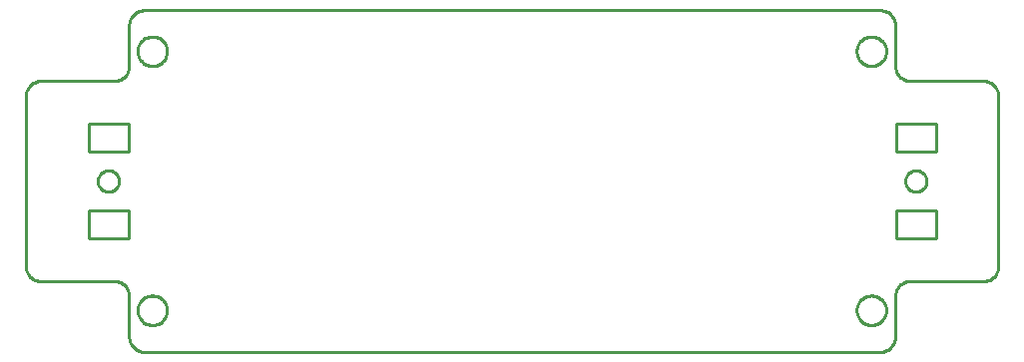
<source format=gbr>
G04 EAGLE Gerber X2 export*
%TF.Part,Single*%
%TF.FileFunction,Profile,NP*%
%TF.FilePolarity,Positive*%
%TF.GenerationSoftware,Autodesk,EAGLE,9.1.0*%
%TF.CreationDate,2020-06-24T00:01:39Z*%
G75*
%MOMM*%
%FSLAX34Y34*%
%LPD*%
%AMOC8*
5,1,8,0,0,1.08239X$1,22.5*%
G01*
%ADD10C,0.254000*%


D10*
X-87300Y72700D02*
X-87252Y71593D01*
X-87107Y70495D01*
X-86867Y69413D01*
X-86534Y68356D01*
X-86110Y67333D01*
X-85599Y66350D01*
X-85003Y65416D01*
X-84329Y64537D01*
X-83580Y63720D01*
X-82763Y62971D01*
X-81884Y62297D01*
X-80950Y61701D01*
X-79967Y61190D01*
X-78944Y60766D01*
X-77887Y60433D01*
X-76805Y60193D01*
X-75707Y60048D01*
X-74600Y60000D01*
X-12500Y60000D01*
X-11393Y59952D01*
X-10295Y59807D01*
X-9213Y59567D01*
X-8156Y59234D01*
X-7133Y58810D01*
X-6150Y58299D01*
X-5216Y57703D01*
X-4337Y57029D01*
X-3520Y56280D01*
X-2771Y55463D01*
X-2097Y54584D01*
X-1501Y53650D01*
X-990Y52667D01*
X-566Y51644D01*
X-233Y50587D01*
X7Y49505D01*
X152Y48407D01*
X200Y47300D01*
X200Y12700D01*
X248Y11593D01*
X393Y10495D01*
X633Y9413D01*
X966Y8356D01*
X1390Y7333D01*
X1901Y6350D01*
X2497Y5416D01*
X3171Y4537D01*
X3920Y3720D01*
X4737Y2971D01*
X5616Y2297D01*
X6550Y1701D01*
X7533Y1190D01*
X8556Y766D01*
X9613Y433D01*
X10695Y193D01*
X11793Y48D01*
X12900Y0D01*
X637500Y0D01*
X638607Y48D01*
X639705Y193D01*
X640787Y433D01*
X641844Y766D01*
X642867Y1190D01*
X643850Y1701D01*
X644784Y2297D01*
X645663Y2971D01*
X646480Y3720D01*
X647229Y4537D01*
X647903Y5416D01*
X648499Y6350D01*
X649010Y7333D01*
X649434Y8356D01*
X649767Y9413D01*
X650007Y10495D01*
X650152Y11593D01*
X650200Y12700D01*
X650200Y47300D01*
X650248Y48407D01*
X650393Y49505D01*
X650633Y50587D01*
X650966Y51644D01*
X651390Y52667D01*
X651901Y53650D01*
X652497Y54584D01*
X653171Y55463D01*
X653920Y56280D01*
X654737Y57029D01*
X655616Y57703D01*
X656550Y58299D01*
X657533Y58810D01*
X658556Y59234D01*
X659613Y59567D01*
X660695Y59807D01*
X661793Y59952D01*
X662900Y60000D01*
X725000Y60000D01*
X726107Y60048D01*
X727205Y60193D01*
X728287Y60433D01*
X729344Y60766D01*
X730367Y61190D01*
X731350Y61701D01*
X732284Y62297D01*
X733163Y62971D01*
X733980Y63720D01*
X734729Y64537D01*
X735403Y65416D01*
X735999Y66350D01*
X736510Y67333D01*
X736934Y68356D01*
X737267Y69413D01*
X737507Y70495D01*
X737652Y71593D01*
X737700Y72700D01*
X737700Y217300D01*
X737652Y218407D01*
X737507Y219505D01*
X737267Y220587D01*
X736934Y221644D01*
X736510Y222667D01*
X735999Y223650D01*
X735403Y224584D01*
X734729Y225463D01*
X733980Y226280D01*
X733163Y227029D01*
X732284Y227703D01*
X731350Y228299D01*
X730367Y228810D01*
X729344Y229234D01*
X728287Y229567D01*
X727205Y229807D01*
X726107Y229952D01*
X725000Y230000D01*
X662900Y230000D01*
X661793Y230048D01*
X660695Y230193D01*
X659613Y230433D01*
X658556Y230766D01*
X657533Y231190D01*
X656550Y231701D01*
X655616Y232297D01*
X654737Y232971D01*
X653920Y233720D01*
X653171Y234537D01*
X652497Y235416D01*
X651901Y236350D01*
X651390Y237333D01*
X650966Y238356D01*
X650633Y239413D01*
X650393Y240495D01*
X650248Y241593D01*
X650200Y242700D01*
X650200Y277300D01*
X650152Y278407D01*
X650007Y279505D01*
X649767Y280587D01*
X649434Y281644D01*
X649010Y282667D01*
X648499Y283650D01*
X647903Y284584D01*
X647229Y285463D01*
X646480Y286280D01*
X645663Y287029D01*
X644784Y287703D01*
X643850Y288299D01*
X642867Y288810D01*
X641844Y289234D01*
X640787Y289567D01*
X639705Y289807D01*
X638607Y289952D01*
X637500Y290000D01*
X12900Y290000D01*
X11793Y289952D01*
X10695Y289807D01*
X9613Y289567D01*
X8556Y289234D01*
X7533Y288810D01*
X6550Y288299D01*
X5616Y287703D01*
X4737Y287029D01*
X3920Y286280D01*
X3171Y285463D01*
X2497Y284584D01*
X1901Y283650D01*
X1390Y282667D01*
X966Y281644D01*
X633Y280587D01*
X393Y279505D01*
X248Y278407D01*
X200Y277300D01*
X200Y242700D01*
X152Y241593D01*
X7Y240495D01*
X-233Y239413D01*
X-566Y238356D01*
X-990Y237333D01*
X-1501Y236350D01*
X-2097Y235416D01*
X-2771Y234537D01*
X-3520Y233720D01*
X-4337Y232971D01*
X-5216Y232297D01*
X-6150Y231701D01*
X-7133Y231190D01*
X-8156Y230766D01*
X-9213Y230433D01*
X-10295Y230193D01*
X-11393Y230048D01*
X-12500Y230000D01*
X-74600Y230000D01*
X-75707Y229952D01*
X-76805Y229807D01*
X-77887Y229567D01*
X-78944Y229234D01*
X-79967Y228810D01*
X-80950Y228299D01*
X-81884Y227703D01*
X-82763Y227029D01*
X-83580Y226280D01*
X-84329Y225463D01*
X-85003Y224584D01*
X-85599Y223650D01*
X-86110Y222667D01*
X-86534Y221644D01*
X-86867Y220587D01*
X-87107Y219505D01*
X-87252Y218407D01*
X-87300Y217300D01*
X-87300Y72700D01*
X650700Y170000D02*
X684700Y170000D01*
X684700Y194000D01*
X650700Y194000D01*
X650700Y170000D01*
X-34300Y96000D02*
X-300Y96000D01*
X-300Y120000D01*
X-34300Y120000D01*
X-34300Y96000D01*
X-34300Y170000D02*
X-300Y170000D01*
X-300Y194000D01*
X-34300Y194000D01*
X-34300Y170000D01*
X650700Y96000D02*
X684700Y96000D01*
X684700Y120000D01*
X650700Y120000D01*
X650700Y96000D01*
X-8300Y144607D02*
X-8300Y145393D01*
X-8369Y146176D01*
X-8505Y146950D01*
X-8708Y147709D01*
X-8977Y148447D01*
X-9309Y149160D01*
X-9702Y149840D01*
X-10153Y150484D01*
X-10658Y151086D01*
X-11214Y151642D01*
X-11816Y152147D01*
X-12460Y152598D01*
X-13140Y152991D01*
X-13853Y153323D01*
X-14591Y153592D01*
X-15350Y153795D01*
X-16124Y153932D01*
X-16907Y154000D01*
X-17693Y154000D01*
X-18476Y153932D01*
X-19250Y153795D01*
X-20009Y153592D01*
X-20747Y153323D01*
X-21460Y152991D01*
X-22140Y152598D01*
X-22784Y152147D01*
X-23386Y151642D01*
X-23942Y151086D01*
X-24447Y150484D01*
X-24898Y149840D01*
X-25291Y149160D01*
X-25623Y148447D01*
X-25892Y147709D01*
X-26095Y146950D01*
X-26232Y146176D01*
X-26300Y145393D01*
X-26300Y144607D01*
X-26232Y143824D01*
X-26095Y143050D01*
X-25892Y142291D01*
X-25623Y141553D01*
X-25291Y140840D01*
X-24898Y140160D01*
X-24447Y139516D01*
X-23942Y138914D01*
X-23386Y138358D01*
X-22784Y137853D01*
X-22140Y137402D01*
X-21460Y137009D01*
X-20747Y136677D01*
X-20009Y136408D01*
X-19250Y136205D01*
X-18476Y136069D01*
X-17693Y136000D01*
X-16907Y136000D01*
X-16124Y136069D01*
X-15350Y136205D01*
X-14591Y136408D01*
X-13853Y136677D01*
X-13140Y137009D01*
X-12460Y137402D01*
X-11816Y137853D01*
X-11214Y138358D01*
X-10658Y138914D01*
X-10153Y139516D01*
X-9702Y140160D01*
X-9309Y140840D01*
X-8977Y141553D01*
X-8708Y142291D01*
X-8505Y143050D01*
X-8369Y143824D01*
X-8300Y144607D01*
X676700Y144607D02*
X676700Y145393D01*
X676632Y146176D01*
X676495Y146950D01*
X676292Y147709D01*
X676023Y148447D01*
X675691Y149160D01*
X675298Y149840D01*
X674847Y150484D01*
X674342Y151086D01*
X673786Y151642D01*
X673184Y152147D01*
X672540Y152598D01*
X671860Y152991D01*
X671147Y153323D01*
X670409Y153592D01*
X669650Y153795D01*
X668876Y153932D01*
X668093Y154000D01*
X667307Y154000D01*
X666524Y153932D01*
X665750Y153795D01*
X664991Y153592D01*
X664253Y153323D01*
X663540Y152991D01*
X662860Y152598D01*
X662216Y152147D01*
X661614Y151642D01*
X661058Y151086D01*
X660553Y150484D01*
X660102Y149840D01*
X659709Y149160D01*
X659377Y148447D01*
X659108Y147709D01*
X658905Y146950D01*
X658769Y146176D01*
X658700Y145393D01*
X658700Y144607D01*
X658769Y143824D01*
X658905Y143050D01*
X659108Y142291D01*
X659377Y141553D01*
X659709Y140840D01*
X660102Y140160D01*
X660553Y139516D01*
X661058Y138914D01*
X661614Y138358D01*
X662216Y137853D01*
X662860Y137402D01*
X663540Y137009D01*
X664253Y136677D01*
X664991Y136408D01*
X665750Y136205D01*
X666524Y136069D01*
X667307Y136000D01*
X668093Y136000D01*
X668876Y136069D01*
X669650Y136205D01*
X670409Y136408D01*
X671147Y136677D01*
X671860Y137009D01*
X672540Y137402D01*
X673184Y137853D01*
X673786Y138358D01*
X674342Y138914D01*
X674847Y139516D01*
X675298Y140160D01*
X675691Y140840D01*
X676023Y141553D01*
X676292Y142291D01*
X676495Y143050D01*
X676632Y143824D01*
X676700Y144607D01*
X32450Y254759D02*
X32450Y255741D01*
X32373Y256720D01*
X32219Y257691D01*
X31990Y258646D01*
X31686Y259580D01*
X31311Y260487D01*
X30865Y261362D01*
X30351Y262200D01*
X29774Y262995D01*
X29136Y263742D01*
X28442Y264436D01*
X27695Y265074D01*
X26900Y265651D01*
X26062Y266165D01*
X25187Y266611D01*
X24280Y266986D01*
X23346Y267290D01*
X22391Y267519D01*
X21420Y267673D01*
X20441Y267750D01*
X19459Y267750D01*
X18480Y267673D01*
X17510Y267519D01*
X16554Y267290D01*
X15620Y266986D01*
X14713Y266611D01*
X13838Y266165D01*
X13000Y265651D01*
X12205Y265074D01*
X11458Y264436D01*
X10764Y263742D01*
X10126Y262995D01*
X9549Y262200D01*
X9035Y261362D01*
X8589Y260487D01*
X8214Y259580D01*
X7910Y258646D01*
X7681Y257691D01*
X7527Y256720D01*
X7450Y255741D01*
X7450Y254759D01*
X7527Y253780D01*
X7681Y252810D01*
X7910Y251854D01*
X8214Y250920D01*
X8589Y250013D01*
X9035Y249138D01*
X9549Y248300D01*
X10126Y247505D01*
X10764Y246758D01*
X11458Y246064D01*
X12205Y245426D01*
X13000Y244849D01*
X13838Y244335D01*
X14713Y243889D01*
X15620Y243514D01*
X16554Y243210D01*
X17510Y242981D01*
X18480Y242827D01*
X19459Y242750D01*
X20441Y242750D01*
X21420Y242827D01*
X22391Y242981D01*
X23346Y243210D01*
X24280Y243514D01*
X25187Y243889D01*
X26062Y244335D01*
X26900Y244849D01*
X27695Y245426D01*
X28442Y246064D01*
X29136Y246758D01*
X29774Y247505D01*
X30351Y248300D01*
X30865Y249138D01*
X31311Y250013D01*
X31686Y250920D01*
X31990Y251854D01*
X32219Y252810D01*
X32373Y253780D01*
X32450Y254759D01*
X642450Y34759D02*
X642450Y35741D01*
X642373Y36720D01*
X642219Y37691D01*
X641990Y38646D01*
X641686Y39580D01*
X641311Y40487D01*
X640865Y41362D01*
X640351Y42200D01*
X639774Y42995D01*
X639136Y43742D01*
X638442Y44436D01*
X637695Y45074D01*
X636900Y45651D01*
X636062Y46165D01*
X635187Y46611D01*
X634280Y46986D01*
X633346Y47290D01*
X632391Y47519D01*
X631420Y47673D01*
X630441Y47750D01*
X629459Y47750D01*
X628480Y47673D01*
X627510Y47519D01*
X626554Y47290D01*
X625620Y46986D01*
X624713Y46611D01*
X623838Y46165D01*
X623000Y45651D01*
X622205Y45074D01*
X621458Y44436D01*
X620764Y43742D01*
X620126Y42995D01*
X619549Y42200D01*
X619035Y41362D01*
X618589Y40487D01*
X618214Y39580D01*
X617910Y38646D01*
X617681Y37691D01*
X617527Y36720D01*
X617450Y35741D01*
X617450Y34759D01*
X617527Y33780D01*
X617681Y32810D01*
X617910Y31854D01*
X618214Y30920D01*
X618589Y30013D01*
X619035Y29138D01*
X619549Y28300D01*
X620126Y27505D01*
X620764Y26758D01*
X621458Y26064D01*
X622205Y25426D01*
X623000Y24849D01*
X623838Y24335D01*
X624713Y23889D01*
X625620Y23514D01*
X626554Y23210D01*
X627510Y22981D01*
X628480Y22827D01*
X629459Y22750D01*
X630441Y22750D01*
X631420Y22827D01*
X632391Y22981D01*
X633346Y23210D01*
X634280Y23514D01*
X635187Y23889D01*
X636062Y24335D01*
X636900Y24849D01*
X637695Y25426D01*
X638442Y26064D01*
X639136Y26758D01*
X639774Y27505D01*
X640351Y28300D01*
X640865Y29138D01*
X641311Y30013D01*
X641686Y30920D01*
X641990Y31854D01*
X642219Y32810D01*
X642373Y33780D01*
X642450Y34759D01*
X642450Y254759D02*
X642450Y255741D01*
X642373Y256720D01*
X642219Y257691D01*
X641990Y258646D01*
X641686Y259580D01*
X641311Y260487D01*
X640865Y261362D01*
X640351Y262200D01*
X639774Y262995D01*
X639136Y263742D01*
X638442Y264436D01*
X637695Y265074D01*
X636900Y265651D01*
X636062Y266165D01*
X635187Y266611D01*
X634280Y266986D01*
X633346Y267290D01*
X632391Y267519D01*
X631420Y267673D01*
X630441Y267750D01*
X629459Y267750D01*
X628480Y267673D01*
X627510Y267519D01*
X626554Y267290D01*
X625620Y266986D01*
X624713Y266611D01*
X623838Y266165D01*
X623000Y265651D01*
X622205Y265074D01*
X621458Y264436D01*
X620764Y263742D01*
X620126Y262995D01*
X619549Y262200D01*
X619035Y261362D01*
X618589Y260487D01*
X618214Y259580D01*
X617910Y258646D01*
X617681Y257691D01*
X617527Y256720D01*
X617450Y255741D01*
X617450Y254759D01*
X617527Y253780D01*
X617681Y252810D01*
X617910Y251854D01*
X618214Y250920D01*
X618589Y250013D01*
X619035Y249138D01*
X619549Y248300D01*
X620126Y247505D01*
X620764Y246758D01*
X621458Y246064D01*
X622205Y245426D01*
X623000Y244849D01*
X623838Y244335D01*
X624713Y243889D01*
X625620Y243514D01*
X626554Y243210D01*
X627510Y242981D01*
X628480Y242827D01*
X629459Y242750D01*
X630441Y242750D01*
X631420Y242827D01*
X632391Y242981D01*
X633346Y243210D01*
X634280Y243514D01*
X635187Y243889D01*
X636062Y244335D01*
X636900Y244849D01*
X637695Y245426D01*
X638442Y246064D01*
X639136Y246758D01*
X639774Y247505D01*
X640351Y248300D01*
X640865Y249138D01*
X641311Y250013D01*
X641686Y250920D01*
X641990Y251854D01*
X642219Y252810D01*
X642373Y253780D01*
X642450Y254759D01*
X32450Y34759D02*
X32450Y35741D01*
X32373Y36720D01*
X32219Y37691D01*
X31990Y38646D01*
X31686Y39580D01*
X31311Y40487D01*
X30865Y41362D01*
X30351Y42200D01*
X29774Y42995D01*
X29136Y43742D01*
X28442Y44436D01*
X27695Y45074D01*
X26900Y45651D01*
X26062Y46165D01*
X25187Y46611D01*
X24280Y46986D01*
X23346Y47290D01*
X22391Y47519D01*
X21420Y47673D01*
X20441Y47750D01*
X19459Y47750D01*
X18480Y47673D01*
X17510Y47519D01*
X16554Y47290D01*
X15620Y46986D01*
X14713Y46611D01*
X13838Y46165D01*
X13000Y45651D01*
X12205Y45074D01*
X11458Y44436D01*
X10764Y43742D01*
X10126Y42995D01*
X9549Y42200D01*
X9035Y41362D01*
X8589Y40487D01*
X8214Y39580D01*
X7910Y38646D01*
X7681Y37691D01*
X7527Y36720D01*
X7450Y35741D01*
X7450Y34759D01*
X7527Y33780D01*
X7681Y32810D01*
X7910Y31854D01*
X8214Y30920D01*
X8589Y30013D01*
X9035Y29138D01*
X9549Y28300D01*
X10126Y27505D01*
X10764Y26758D01*
X11458Y26064D01*
X12205Y25426D01*
X13000Y24849D01*
X13838Y24335D01*
X14713Y23889D01*
X15620Y23514D01*
X16554Y23210D01*
X17510Y22981D01*
X18480Y22827D01*
X19459Y22750D01*
X20441Y22750D01*
X21420Y22827D01*
X22391Y22981D01*
X23346Y23210D01*
X24280Y23514D01*
X25187Y23889D01*
X26062Y24335D01*
X26900Y24849D01*
X27695Y25426D01*
X28442Y26064D01*
X29136Y26758D01*
X29774Y27505D01*
X30351Y28300D01*
X30865Y29138D01*
X31311Y30013D01*
X31686Y30920D01*
X31990Y31854D01*
X32219Y32810D01*
X32373Y33780D01*
X32450Y34759D01*
M02*

</source>
